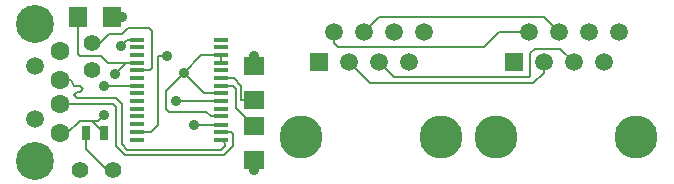
<source format=gtl>
G04 (created by PCBNEW-RS274X (2011-07-08)-stable) date Fri 25 Nov 2011 09:09:20 PM EST*
G01*
G70*
G90*
%MOIN*%
G04 Gerber Fmt 3.4, Leading zero omitted, Abs format*
%FSLAX34Y34*%
G04 APERTURE LIST*
%ADD10C,0.006000*%
%ADD11C,0.059100*%
%ADD12C,0.063000*%
%ADD13C,0.126600*%
%ADD14R,0.050000X0.016000*%
%ADD15R,0.025000X0.045000*%
%ADD16C,0.143700*%
%ADD17R,0.059100X0.059100*%
%ADD18R,0.070900X0.062900*%
%ADD19R,0.062900X0.070900*%
%ADD20C,0.055000*%
%ADD21C,0.035000*%
%ADD22C,0.008000*%
G04 APERTURE END LIST*
G54D10*
G54D11*
X29400Y-18886D03*
G54D12*
X30226Y-17606D03*
X30227Y-18394D03*
X30226Y-16622D03*
G54D13*
X29400Y-20283D03*
X29400Y-15717D03*
G54D12*
X30227Y-19378D03*
G54D11*
X29400Y-17114D03*
G54D14*
X32800Y-16250D03*
X32800Y-16500D03*
X32800Y-16760D03*
X32800Y-17020D03*
X32800Y-17270D03*
X32800Y-17530D03*
X32800Y-17790D03*
X32800Y-18040D03*
X32800Y-18300D03*
X32800Y-18550D03*
X32800Y-18810D03*
X32800Y-19070D03*
X32800Y-19320D03*
X32800Y-19580D03*
X35600Y-19580D03*
X35600Y-19320D03*
X35600Y-19080D03*
X35600Y-18810D03*
X35600Y-18550D03*
X35600Y-18300D03*
X35600Y-18040D03*
X35600Y-17790D03*
X35600Y-17530D03*
X35600Y-17270D03*
X35600Y-17020D03*
X35600Y-16760D03*
X35600Y-16500D03*
X35600Y-16250D03*
G54D15*
X31700Y-19350D03*
X31100Y-19350D03*
G54D16*
X42938Y-19500D03*
X38265Y-19500D03*
G54D17*
X38850Y-17000D03*
G54D11*
X39350Y-16000D03*
X39850Y-17000D03*
X40350Y-16000D03*
X40850Y-17000D03*
X41350Y-16000D03*
X41850Y-17000D03*
X42350Y-16000D03*
G54D16*
X49438Y-19500D03*
X44765Y-19500D03*
G54D17*
X45350Y-17000D03*
G54D11*
X45850Y-16000D03*
X46350Y-17000D03*
X46850Y-16000D03*
X47350Y-17000D03*
X47850Y-16000D03*
X48350Y-17000D03*
X48850Y-16000D03*
G54D18*
X36700Y-20259D03*
X36700Y-19141D03*
X36700Y-17141D03*
X36700Y-18259D03*
G54D19*
X30841Y-15500D03*
X31959Y-15500D03*
G54D20*
X30900Y-20600D03*
X31300Y-16350D03*
X31300Y-17250D03*
X32000Y-20600D03*
G54D21*
X34350Y-17350D03*
X31700Y-17800D03*
X32250Y-16450D03*
X32300Y-15500D03*
X33800Y-16800D03*
X36700Y-20600D03*
X36700Y-16800D03*
X34700Y-19100D03*
X31700Y-18750D03*
X34100Y-18300D03*
X32050Y-17400D03*
G54D22*
X33750Y-17950D02*
X34350Y-17350D01*
X33750Y-18550D02*
X33750Y-17950D01*
X33850Y-18650D02*
X33750Y-18550D01*
X35100Y-18650D02*
X33850Y-18650D01*
X35260Y-18810D02*
X35100Y-18650D01*
X35600Y-18810D02*
X35260Y-18810D01*
X35040Y-18040D02*
X35600Y-18040D01*
X34350Y-17350D02*
X35040Y-18040D01*
X35600Y-16760D02*
X35600Y-17020D01*
X34940Y-16760D02*
X35600Y-16760D01*
X34350Y-17350D02*
X34940Y-16760D01*
X31710Y-17790D02*
X31700Y-17800D01*
X32800Y-17790D02*
X31710Y-17790D01*
X40350Y-16000D02*
X40850Y-15500D01*
X46350Y-15500D02*
X46850Y-16000D01*
X40850Y-15500D02*
X46350Y-15500D01*
X32450Y-16250D02*
X32250Y-16450D01*
X32800Y-16250D02*
X32450Y-16250D01*
X31959Y-15500D02*
X32300Y-15500D01*
X39850Y-17000D02*
X40550Y-17700D01*
X46350Y-17350D02*
X46350Y-17000D01*
X46000Y-17700D02*
X46350Y-17350D01*
X40550Y-17700D02*
X46000Y-17700D01*
X40850Y-17000D02*
X41350Y-17500D01*
X46900Y-16550D02*
X47350Y-17000D01*
X46050Y-16550D02*
X46900Y-16550D01*
X45900Y-16700D02*
X46050Y-16550D01*
X45900Y-17450D02*
X45900Y-16700D01*
X45850Y-17500D02*
X45900Y-17450D01*
X41350Y-17500D02*
X45850Y-17500D01*
X36030Y-17530D02*
X35600Y-17530D01*
X36282Y-17782D02*
X36030Y-17530D01*
X36282Y-18250D02*
X36282Y-17782D01*
X36291Y-18259D02*
X36282Y-18250D01*
X36700Y-18259D02*
X36291Y-18259D01*
X35990Y-17790D02*
X35600Y-17790D01*
X36100Y-17900D02*
X35990Y-17790D01*
X36100Y-18541D02*
X36100Y-17900D01*
X36700Y-19141D02*
X36100Y-18541D01*
X33500Y-16800D02*
X33800Y-16800D01*
X33500Y-19100D02*
X33500Y-16800D01*
X33280Y-19320D02*
X33500Y-19100D01*
X32800Y-19320D02*
X33280Y-19320D01*
X31994Y-18394D02*
X30227Y-18394D01*
X32100Y-18500D02*
X31994Y-18394D01*
X32100Y-19800D02*
X32100Y-18500D01*
X32400Y-20100D02*
X32100Y-19800D01*
X35700Y-20100D02*
X32400Y-20100D01*
X36000Y-19800D02*
X35700Y-20100D01*
X36000Y-19400D02*
X36000Y-19800D01*
X35920Y-19320D02*
X36000Y-19400D01*
X35600Y-19320D02*
X35920Y-19320D01*
X36700Y-20159D02*
X36700Y-20259D01*
X36700Y-20259D02*
X36700Y-20600D01*
X36700Y-16800D02*
X36700Y-17141D01*
X34720Y-19080D02*
X34700Y-19100D01*
X35600Y-19080D02*
X34720Y-19080D01*
X33230Y-17270D02*
X32800Y-17270D01*
X33300Y-17200D02*
X33230Y-17270D01*
X33300Y-15950D02*
X33300Y-17200D01*
X33200Y-15850D02*
X33300Y-15950D01*
X32500Y-15850D02*
X33200Y-15850D01*
X32300Y-16050D02*
X32500Y-15850D01*
X31850Y-16050D02*
X32300Y-16050D01*
X31550Y-16350D02*
X31850Y-16050D01*
X31300Y-16350D02*
X31550Y-16350D01*
X31500Y-18950D02*
X31700Y-18750D01*
X31300Y-18950D02*
X31500Y-18950D01*
X31300Y-18950D02*
X31700Y-19350D01*
X30900Y-18950D02*
X31300Y-18950D01*
X30472Y-19378D02*
X30900Y-18950D01*
X30227Y-19378D02*
X30472Y-19378D01*
X30606Y-17606D02*
X30226Y-17606D01*
X30700Y-17800D02*
X30606Y-17606D01*
X30900Y-17800D02*
X30700Y-17800D01*
X31000Y-17900D02*
X30900Y-17800D01*
X30900Y-18000D02*
X31000Y-17900D01*
X30800Y-18000D02*
X30900Y-18000D01*
X30700Y-18100D02*
X30800Y-18000D01*
X30800Y-18200D02*
X30700Y-18100D01*
X32100Y-18200D02*
X30800Y-18200D01*
X32300Y-18400D02*
X32100Y-18200D01*
X32300Y-19742D02*
X32300Y-18400D01*
X32476Y-19918D02*
X32300Y-19742D01*
X35600Y-19918D02*
X32476Y-19918D01*
X35720Y-19798D02*
X35600Y-19918D01*
X35720Y-19700D02*
X35720Y-19798D01*
X35600Y-19580D02*
X35720Y-19700D01*
X35600Y-19600D02*
X35600Y-19580D01*
X39350Y-16000D02*
X39350Y-16350D01*
X44850Y-16000D02*
X45850Y-16000D01*
X44350Y-16500D02*
X44850Y-16000D01*
X39500Y-16500D02*
X44350Y-16500D01*
X39350Y-16350D02*
X39500Y-16500D01*
X35600Y-18300D02*
X34100Y-18300D01*
X32800Y-17020D02*
X32430Y-17020D01*
X32430Y-17020D02*
X32050Y-17400D01*
X31100Y-19900D02*
X31100Y-19350D01*
X31800Y-20600D02*
X31100Y-19900D01*
X32000Y-20600D02*
X31800Y-20600D01*
X32800Y-17020D02*
X32430Y-17020D01*
X30841Y-16741D02*
X30841Y-15500D01*
X30900Y-16800D02*
X30841Y-16741D01*
X31600Y-16800D02*
X30900Y-16800D01*
X31820Y-17020D02*
X31600Y-16800D01*
X32430Y-17020D02*
X31820Y-17020D01*
M02*

</source>
